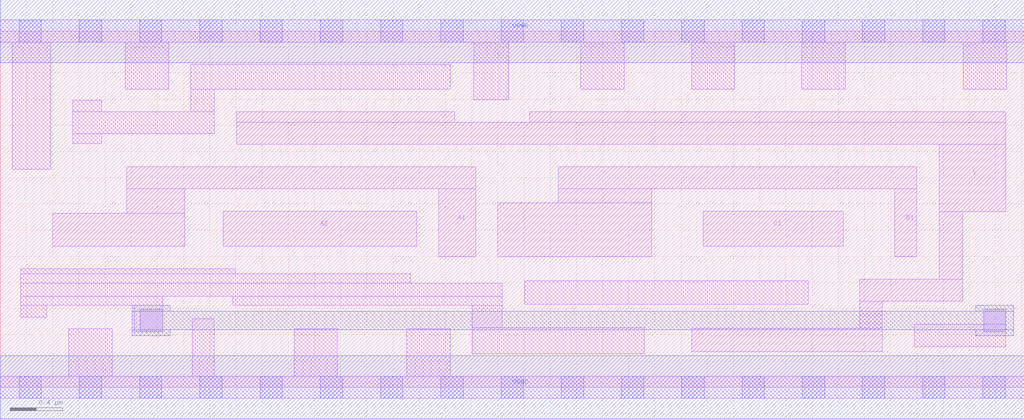
<source format=lef>
# Copyright 2020 The SkyWater PDK Authors
#
# Licensed under the Apache License, Version 2.0 (the "License");
# you may not use this file except in compliance with the License.
# You may obtain a copy of the License at
#
#     https://www.apache.org/licenses/LICENSE-2.0
#
# Unless required by applicable law or agreed to in writing, software
# distributed under the License is distributed on an "AS IS" BASIS,
# WITHOUT WARRANTIES OR CONDITIONS OF ANY KIND, either express or implied.
# See the License for the specific language governing permissions and
# limitations under the License.
#
# SPDX-License-Identifier: Apache-2.0

VERSION 5.7 ;
  NAMESCASESENSITIVE ON ;
  NOWIREEXTENSIONATPIN ON ;
  DIVIDERCHAR "/" ;
  BUSBITCHARS "[]" ;
UNITS
  DATABASE MICRONS 200 ;
END UNITS
MACRO sky130_fd_sc_hd__o211ai_4
  CLASS CORE ;
  SOURCE USER ;
  FOREIGN sky130_fd_sc_hd__o211ai_4 ;
  ORIGIN  0.000000  0.000000 ;
  SIZE  7.820000 BY  2.720000 ;
  SYMMETRY X Y R90 ;
  SITE unithd ;
  PIN A1
    ANTENNAGATEAREA  0.990000 ;
    DIRECTION INPUT ;
    USE SIGNAL ;
    PORT
      LAYER li1 ;
        RECT 0.400000 1.075000 1.410000 1.330000 ;
        RECT 0.965000 1.330000 1.410000 1.515000 ;
        RECT 0.965000 1.515000 3.630000 1.685000 ;
        RECT 3.350000 0.995000 3.630000 1.515000 ;
    END
  END A1
  PIN A2
    ANTENNAGATEAREA  0.990000 ;
    DIRECTION INPUT ;
    USE SIGNAL ;
    PORT
      LAYER li1 ;
        RECT 1.705000 1.075000 3.180000 1.345000 ;
    END
  END A2
  PIN B1
    ANTENNAGATEAREA  0.990000 ;
    DIRECTION INPUT ;
    USE SIGNAL ;
    PORT
      LAYER li1 ;
        RECT 3.800000 0.995000 4.975000 1.410000 ;
        RECT 4.260000 1.410000 4.975000 1.515000 ;
        RECT 4.260000 1.515000 7.000000 1.685000 ;
        RECT 6.830000 0.995000 7.000000 1.515000 ;
    END
  END B1
  PIN C1
    ANTENNAGATEAREA  0.990000 ;
    DIRECTION INPUT ;
    USE SIGNAL ;
    PORT
      LAYER li1 ;
        RECT 5.370000 1.075000 6.440000 1.345000 ;
    END
  END C1
  PIN Y
    ANTENNADIFFAREA  2.001000 ;
    DIRECTION OUTPUT ;
    USE SIGNAL ;
    PORT
      LAYER li1 ;
        RECT 1.805000 1.855000 7.680000 2.025000 ;
        RECT 1.805000 2.025000 3.470000 2.105000 ;
        RECT 4.045000 2.025000 7.680000 2.105000 ;
        RECT 5.280000 0.270000 6.735000 0.450000 ;
        RECT 6.565000 0.450000 6.735000 0.655000 ;
        RECT 6.565000 0.655000 7.350000 0.825000 ;
        RECT 7.170000 0.825000 7.350000 1.340000 ;
        RECT 7.170000 1.340000 7.680000 1.855000 ;
    END
  END Y
  PIN VGND
    DIRECTION INOUT ;
    SHAPE ABUTMENT ;
    USE GROUND ;
    PORT
      LAYER met1 ;
        RECT 0.000000 -0.240000 7.820000 0.240000 ;
    END
  END VGND
  PIN VPWR
    DIRECTION INOUT ;
    SHAPE ABUTMENT ;
    USE POWER ;
    PORT
      LAYER met1 ;
        RECT 0.000000 2.480000 7.820000 2.960000 ;
    END
  END VPWR
  OBS
    LAYER li1 ;
      RECT 0.000000 -0.085000 7.820000 0.085000 ;
      RECT 0.000000  2.635000 7.820000 2.805000 ;
      RECT 0.090000  1.665000 0.385000 2.635000 ;
      RECT 0.155000  0.535000 0.355000 0.625000 ;
      RECT 0.155000  0.625000 1.240000 0.695000 ;
      RECT 0.155000  0.695000 3.835000 0.795000 ;
      RECT 0.155000  0.795000 3.130000 0.865000 ;
      RECT 0.155000  0.865000 1.795000 0.905000 ;
      RECT 0.525000  0.085000 0.855000 0.445000 ;
      RECT 0.555000  1.860000 0.775000 1.935000 ;
      RECT 0.555000  1.935000 1.635000 2.105000 ;
      RECT 0.555000  2.105000 0.775000 2.190000 ;
      RECT 0.955000  2.275000 1.285000 2.635000 ;
      RECT 1.025000  0.425000 1.240000 0.625000 ;
      RECT 1.455000  2.105000 1.635000 2.275000 ;
      RECT 1.455000  2.275000 3.435000 2.465000 ;
      RECT 1.465000  0.085000 1.635000 0.525000 ;
      RECT 1.775000  0.625000 3.835000 0.695000 ;
      RECT 2.245000  0.085000 2.575000 0.445000 ;
      RECT 3.105000  0.085000 3.435000 0.445000 ;
      RECT 3.605000  0.255000 4.920000 0.455000 ;
      RECT 3.605000  0.455000 3.835000 0.625000 ;
      RECT 3.615000  2.195000 3.885000 2.635000 ;
      RECT 4.005000  0.635000 6.170000 0.815000 ;
      RECT 4.435000  2.275000 4.765000 2.635000 ;
      RECT 5.280000  2.275000 5.610000 2.635000 ;
      RECT 6.120000  2.275000 6.455000 2.635000 ;
      RECT 6.980000  0.310000 7.680000 0.480000 ;
      RECT 7.355000  2.275000 7.685000 2.635000 ;
      RECT 7.510000  0.480000 7.680000 0.595000 ;
    LAYER mcon ;
      RECT 0.145000 -0.085000 0.315000 0.085000 ;
      RECT 0.145000  2.635000 0.315000 2.805000 ;
      RECT 0.605000 -0.085000 0.775000 0.085000 ;
      RECT 0.605000  2.635000 0.775000 2.805000 ;
      RECT 1.065000 -0.085000 1.235000 0.085000 ;
      RECT 1.065000  2.635000 1.235000 2.805000 ;
      RECT 1.070000  0.425000 1.240000 0.595000 ;
      RECT 1.525000 -0.085000 1.695000 0.085000 ;
      RECT 1.525000  2.635000 1.695000 2.805000 ;
      RECT 1.985000 -0.085000 2.155000 0.085000 ;
      RECT 1.985000  2.635000 2.155000 2.805000 ;
      RECT 2.445000 -0.085000 2.615000 0.085000 ;
      RECT 2.445000  2.635000 2.615000 2.805000 ;
      RECT 2.905000 -0.085000 3.075000 0.085000 ;
      RECT 2.905000  2.635000 3.075000 2.805000 ;
      RECT 3.365000 -0.085000 3.535000 0.085000 ;
      RECT 3.365000  2.635000 3.535000 2.805000 ;
      RECT 3.825000 -0.085000 3.995000 0.085000 ;
      RECT 3.825000  2.635000 3.995000 2.805000 ;
      RECT 4.285000 -0.085000 4.455000 0.085000 ;
      RECT 4.285000  2.635000 4.455000 2.805000 ;
      RECT 4.745000 -0.085000 4.915000 0.085000 ;
      RECT 4.745000  2.635000 4.915000 2.805000 ;
      RECT 5.205000 -0.085000 5.375000 0.085000 ;
      RECT 5.205000  2.635000 5.375000 2.805000 ;
      RECT 5.665000 -0.085000 5.835000 0.085000 ;
      RECT 5.665000  2.635000 5.835000 2.805000 ;
      RECT 6.125000 -0.085000 6.295000 0.085000 ;
      RECT 6.125000  2.635000 6.295000 2.805000 ;
      RECT 6.585000 -0.085000 6.755000 0.085000 ;
      RECT 6.585000  2.635000 6.755000 2.805000 ;
      RECT 7.045000 -0.085000 7.215000 0.085000 ;
      RECT 7.045000  2.635000 7.215000 2.805000 ;
      RECT 7.505000 -0.085000 7.675000 0.085000 ;
      RECT 7.505000  2.635000 7.675000 2.805000 ;
      RECT 7.510000  0.425000 7.680000 0.595000 ;
    LAYER met1 ;
      RECT 1.010000 0.395000 1.300000 0.440000 ;
      RECT 1.010000 0.440000 7.740000 0.580000 ;
      RECT 1.010000 0.580000 1.300000 0.625000 ;
      RECT 7.450000 0.395000 7.740000 0.440000 ;
      RECT 7.450000 0.580000 7.740000 0.625000 ;
  END
END sky130_fd_sc_hd__o211ai_4
END LIBRARY

</source>
